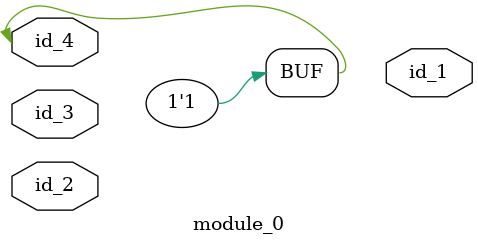
<source format=v>
module module_0 (
    id_1,
    id_2,
    id_3,
    id_4
);
  inout id_4;
  inout id_3;
  input id_2;
  output id_1;
  assign id_4 = 1;
endmodule

</source>
